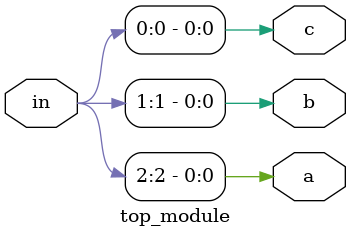
<source format=v>
`timescale 1ns/1ns

module top_module(
    input [2:0] in,
    output a,b,c
);
assign {a,b,c}=in;
endmodule

</source>
